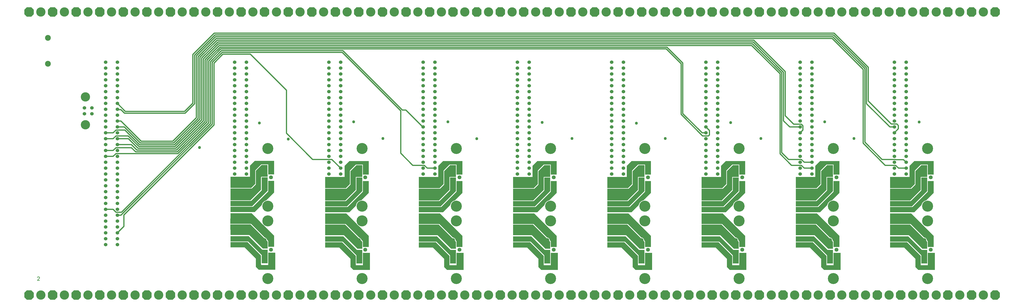
<source format=gbr>
%FSTAX23Y23*%
%MOIN*%
%SFA1B1*%

%IPPOS*%
%AMD16*
4,1,8,-0.039400,-0.078700,0.039400,-0.078700,0.078700,-0.039400,0.078700,0.039400,0.039400,0.078700,-0.039400,0.078700,-0.078700,0.039400,-0.078700,-0.039400,-0.039400,-0.078700,0.0*
%
%ADD12C,0.010000*%
%ADD13C,0.066535*%
%ADD14R,0.066535X0.066535*%
%ADD15C,0.187401*%
G04~CAMADD=16~4~0.0~0.0~1574.8~1574.8~0.0~393.7~0~0.0~0.0~0.0~0.0~0~0.0~0.0~0.0~0.0~0~0.0~0.0~0.0~180.0~1574.0~1574.0*
%ADD16D16*%
%ADD17C,0.060000*%
%ADD18C,0.157480*%
%ADD19C,0.157480*%
%ADD20C,0.098425*%
%ADD21C,0.050000*%
%ADD22C,0.019685*%
%LNbackplane_copper_signal_1-1*%
%LPD*%
G36*
X15577Y03135D02*
X15577Y03015D01*
X15497*
X15267Y03245*
X14947*
Y03425*
X15287*
X15577Y03135*
G37*
G36*
X13977D02*
Y03015D01*
X13897*
X13667Y03245*
X13347*
Y03425*
X13687*
X13977Y03135*
G37*
G36*
X0598Y0314D02*
Y0302D01*
X059*
X0567Y0325*
X0535*
X05349Y03429*
X0569Y0343*
X0598Y0314*
G37*
G36*
X17177Y03135D02*
Y03015D01*
X17097*
X16867Y03245*
X16547*
Y03425*
X16887*
X17177Y03135*
G37*
G36*
X09177D02*
Y03015D01*
X09097*
X08867Y03245*
X08547*
Y03425*
X08887*
X09177Y03135*
G37*
G36*
X07587D02*
X07587Y03015D01*
X07507*
X07277Y03245*
X06957*
Y03425*
X07297*
X07587Y03135*
G37*
G36*
X12377D02*
X12377Y03015D01*
X12297*
X12067Y03245*
X11747*
Y03425*
X12087*
X12377Y03135*
G37*
G36*
X10777D02*
Y03015D01*
X10697*
X10467Y03245*
X10147*
Y03425*
X10487*
X10777Y03135*
G37*
G36*
X15457Y03465D02*
X15687Y03235D01*
Y03045*
X15588*
Y03135*
X15587Y03136*
Y03145*
X15571Y03161*
X15571Y03163*
X1557Y03174*
X15565Y03185*
X15559Y03194*
X15549Y03201*
X15539Y03205*
X15528Y03207*
X15526Y03207*
X15297Y03435*
X15289*
X15287Y03435*
X14947Y03435*
Y03615*
X15307*
X15457Y03465*
G37*
G36*
X13857D02*
X14087Y03235D01*
Y03045*
X13988*
Y03135*
X13987Y03136*
Y03145*
X13971Y03161*
X13971Y03163*
X1397Y03174*
X13965Y03185*
X13959Y03194*
X13949Y03201*
X13939Y03205*
X13928Y03207*
X13926Y03207*
X13697Y03435*
X13689*
X13687Y03435*
X13347Y03435*
Y03615*
X13707*
X13857Y03465*
G37*
G36*
X05859Y0347D02*
X05902Y03427D01*
X0591Y03418*
X05919Y0341*
X0609Y0324*
Y0305*
X0599*
Y03139*
Y0314*
X0599Y03141*
Y03149*
X05971Y03168*
X0597Y03174*
X05965Y03185*
X05959Y03194*
X05949Y03201*
X05939Y03205*
X05933Y03206*
X05699Y0344*
X05691*
X0569Y0344*
X05349Y0344*
X0535Y0362*
X0571*
X05859Y0347*
G37*
G36*
X17057Y03465D02*
X17287Y03235D01*
Y03045*
X17188*
Y03135*
X17187Y03136*
Y03145*
X17171Y03161*
X17171Y03163*
X1717Y03174*
X17165Y03185*
X17159Y03194*
X17149Y03201*
X17139Y03205*
X17128Y03207*
X17126Y03207*
X16897Y03435*
X16889*
X16887Y03435*
X16547Y03435*
Y03615*
X16907*
X17057Y03465*
G37*
G36*
X09057D02*
X09287Y03235D01*
Y03045*
X09188*
Y03135*
X09187Y03136*
Y03145*
X09171Y03161*
X09171Y03163*
X0917Y03174*
X09165Y03185*
X09159Y03194*
X09149Y03201*
X09139Y03205*
X09128Y03207*
X09126Y03207*
X08897Y03435*
X08889*
X08887Y03435*
X08547Y03435*
Y03615*
X08907*
X09057Y03465*
G37*
G36*
X07467D02*
X07495Y03437D01*
X07499Y0343*
X0751Y03418*
X07522Y03407*
X07529Y03403*
X07697Y03235*
Y03045*
X07598*
Y03135*
X07597Y03136*
Y03145*
X0757Y03172*
X0757Y03174*
X07565Y03185*
X07559Y03194*
X07549Y03201*
X07539Y03205*
X07537Y03206*
X07307Y03435*
X07299*
X07297Y03435*
X06957Y03435*
Y03615*
X07317*
X07467Y03465*
G37*
G36*
X12257D02*
X12487Y03235D01*
Y03045*
X12388*
Y03135*
X12387Y03136*
Y03145*
X12371Y03161*
X12371Y03163*
X1237Y03174*
X12365Y03185*
X12359Y03194*
X12349Y03201*
X12339Y03205*
X12328Y03207*
X12326Y03207*
X12097Y03435*
X12089*
X12087Y03435*
X11747Y03435*
Y03615*
X12107*
X12257Y03465*
G37*
G36*
X10657D02*
X10887Y03235D01*
Y03045*
X10788*
Y03135*
X10787Y03136*
Y03145*
X10771Y03161*
X10771Y03163*
X1077Y03174*
X10765Y03185*
X10759Y03194*
X10749Y03201*
X10739Y03205*
X10728Y03207*
X10726Y03207*
X10497Y03435*
X10489*
X10487Y03435*
X10147Y03435*
Y03615*
X10507*
X10657Y03465*
G37*
G36*
X15467Y02895D02*
Y02765D01*
X15467Y02764*
X15467Y02735*
X15587*
X15587Y02764*
X15588Y02765*
Y02945*
X15707*
Y0294*
Y02655*
X15427*
X15377Y02705*
Y02845*
X15187Y03035*
X14951*
X14947Y03038*
X14948Y03125*
X15238*
X15467Y02895*
G37*
G36*
X13867D02*
Y02765D01*
X13867Y02764*
X13867Y02735*
X13987*
X13987Y02764*
X13988Y02765*
Y02945*
X14107*
Y0294*
Y02655*
X13827*
X13777Y02705*
Y02845*
X13587Y03035*
X13351*
X13347Y03038*
X13348Y03125*
X13638*
X13867Y02895*
G37*
G36*
X05869Y029D02*
X05869Y0277D01*
X05869Y02768*
X0587Y0274*
X0599*
X0599Y02768*
X0599Y0277*
Y0295*
X06109*
X0611Y02945*
Y0266*
X0583*
X0578Y0271*
Y0285*
X05589Y0304*
X05353*
X0535Y03043*
X0535Y03129*
X0564*
X05869Y029*
G37*
G36*
X17067Y02895D02*
Y02765D01*
X17067Y02764*
X17067Y02735*
X17187*
X17187Y02764*
X17188Y02765*
Y02945*
X17307*
Y0294*
Y02655*
X17027*
X16977Y02705*
Y02845*
X16787Y03035*
X16551*
X16547Y03038*
X16548Y03125*
X16838*
X17067Y02895*
G37*
G36*
X09067D02*
Y02765D01*
X09067Y02764*
X09067Y02735*
X09187*
X09187Y02764*
X09188Y02765*
Y02945*
X09307*
Y0294*
Y02655*
X09027*
X08977Y02705*
Y02845*
X08787Y03035*
X08551*
X08547Y03038*
X08548Y03125*
X08838*
X09067Y02895*
G37*
G36*
X07477D02*
Y02765D01*
X07477Y02764*
X07477Y02735*
X07597*
X07597Y02764*
X07598Y02765*
Y02945*
X07717*
Y0294*
Y02655*
X07437*
X07387Y02705*
Y02845*
X07197Y03035*
X06961*
X06957Y03038*
X06958Y03125*
X07248*
X07477Y02895*
G37*
G36*
X12267D02*
Y02765D01*
X12267Y02764*
X12267Y02735*
X12387*
X12387Y02764*
X12388Y02765*
Y02945*
X12507*
Y0294*
Y02655*
X12227*
X12177Y02705*
Y02845*
X11987Y03035*
X11751*
X11747Y03038*
X11748Y03125*
X12038*
X12267Y02895*
G37*
G36*
X10667D02*
Y02765D01*
X10667Y02764*
X10667Y02735*
X10787*
X10787Y02764*
X10788Y02765*
Y02945*
X10907*
Y0294*
Y02655*
X10627*
X10577Y02705*
Y02845*
X10387Y03035*
X10151*
X10147Y03038*
X10148Y03125*
X10438*
X10667Y02895*
G37*
G36*
X15477Y03005D02*
X15487Y02995D01*
X15577*
Y02765*
X15477*
Y02905*
X15427Y02955*
X15247Y03135*
X14947*
Y03225*
X15257*
X15477Y03005*
G37*
G36*
X13877D02*
X13887Y02995D01*
X13977*
Y02765*
X13877*
Y02905*
X13827Y02955*
X13647Y03135*
X13347*
Y03225*
X13657*
X13877Y03005*
G37*
G36*
X0588Y0301D02*
X0589Y03D01*
X0598*
Y0277*
X0588*
Y0291*
X0583Y0296*
X05649Y0314*
X0535*
Y0323*
X0566*
X0588Y0301*
G37*
G36*
X17077Y03005D02*
X17087Y02995D01*
X17177*
Y02765*
X17077*
Y02905*
X17027Y02955*
X16847Y03135*
X16547*
Y03225*
X16857*
X17077Y03005*
G37*
G36*
X09077D02*
X09087Y02995D01*
X09177*
Y02765*
X09077*
Y02905*
X09027Y02955*
X08847Y03135*
X08547*
Y03225*
X08857*
X09077Y03005*
G37*
G36*
X07487D02*
X07497Y02995D01*
X07587*
Y02765*
X07487*
Y02905*
X07437Y02955*
X07257Y03135*
X06957*
Y03225*
X07267*
X07487Y03005*
G37*
G36*
X12277D02*
X12287Y02995D01*
X12377*
Y02765*
X12277*
X12277Y02905*
X12227Y02955*
X12047Y03135*
X11747*
Y03225*
X12057*
X12277Y03005*
G37*
G36*
X10677D02*
X10687Y02995D01*
X10777*
Y02765*
X10677*
Y02905*
X10627Y02955*
X10447Y03135*
X10147*
Y03225*
X10457*
X10677Y03005*
G37*
G36*
X15577Y04275D02*
X15577Y04273D01*
Y04235*
X15477*
X15476Y04235*
X15467*
Y04226*
X15467Y04225*
Y04015*
X15288Y03835*
X14947*
Y04035*
X15297*
X15299Y04035*
X15307*
X15377Y04105*
Y04113*
X15378Y04115*
Y04335*
X15477Y04435*
X15577*
Y04275*
G37*
G36*
X13977D02*
X13977Y04273D01*
Y04235*
X13877*
X13876Y04235*
X13867*
Y04226*
X13867Y04225*
Y04015*
X13688Y03835*
X13347*
Y04035*
X13697*
X13699Y04035*
X13707*
X13777Y04105*
Y04113*
X13778Y04115*
Y04335*
X13877Y04435*
X13977*
Y04275*
G37*
G36*
X05979Y0428D02*
X0598Y04278D01*
Y0424*
X0588*
X05878Y0424*
X0587*
Y04231*
X05869Y0423*
Y04019*
X0569Y0384*
X0535*
Y04039*
X057*
X05701Y0404*
X0571*
X0578Y0411*
Y04118*
X0578Y0412*
Y0434*
X05879Y04439*
X05979*
Y0428*
G37*
G36*
X17177Y04275D02*
X17177Y04273D01*
Y04235*
X17077*
X17076Y04235*
X17067*
Y04226*
X17067Y04225*
Y04015*
X16888Y03835*
X16547*
Y04035*
X16897*
X16899Y04035*
X16907*
X16977Y04105*
Y04113*
X16978Y04115*
Y04335*
X17077Y04435*
X17177*
Y04275*
G37*
G36*
X09177D02*
X09177Y04273D01*
Y04235*
X09077*
X09076Y04235*
X09067*
Y04226*
X09067Y04225*
Y04015*
X08888Y03835*
X08547*
Y04035*
X08897*
X08899Y04035*
X08907*
X08977Y04105*
Y04113*
X08978Y04115*
Y04335*
X09077Y04435*
X09177*
Y04275*
G37*
G36*
X07587D02*
X07587Y04273D01*
Y04235*
X07487*
X07486Y04235*
X07477*
Y04226*
X07477Y04225*
Y04015*
X07298Y03835*
X06957*
Y04035*
X07307*
X07309Y04035*
X07317*
X07387Y04105*
Y04113*
X07388Y04115*
Y04335*
X07487Y04435*
X07587*
Y04275*
G37*
G36*
X12377D02*
X12377Y04273D01*
Y04235*
X12277*
X12276Y04235*
X12267*
Y04226*
X12267Y04225*
Y04015*
X12088Y03835*
X11747*
Y04035*
X12097*
X12099Y04035*
X12107*
X12177Y04105*
Y04113*
X12178Y04115*
Y04335*
X12277Y04435*
X12377*
Y04275*
G37*
G36*
X10777D02*
X10777Y04273D01*
Y04235*
X10677*
X10676Y04235*
X10667*
Y04226*
X10667Y04225*
Y04015*
X10488Y03835*
X10147*
Y04035*
X10497*
X10499Y04035*
X10507*
X10577Y04105*
Y04113*
X10578Y04115*
Y04335*
X10677Y04435*
X10777*
Y04275*
G37*
G36*
X15687D02*
X15587D01*
Y04445*
X15467*
X15367Y04345*
Y04115*
X15297Y04045*
X14947*
Y04235*
X15277*
Y04425*
X15287Y04435*
X15357Y04505*
X15687*
Y04275*
G37*
G36*
X14087D02*
X13987D01*
Y04445*
X13867*
X13767Y04345*
Y04115*
X13697Y04045*
X13347*
Y04235*
X13677*
Y04425*
X13687Y04435*
X13757Y04505*
X14087*
Y04275*
G37*
G36*
X0609Y0428D02*
X0599D01*
Y0445*
X0587*
X0577Y0435*
Y0412*
X057Y0405*
X0535*
Y0424*
X0568*
Y0443*
X0569Y0444*
X0576Y0451*
X0609*
Y0428*
G37*
G36*
X17287Y04275D02*
X17187D01*
Y04445*
X17067*
X16967Y04345*
Y04115*
X16897Y04045*
X16547*
Y04235*
X16877*
Y04425*
X16887Y04435*
X16957Y04505*
X17287*
Y04275*
G37*
G36*
X09287D02*
X09187D01*
Y04445*
X09067*
X08967Y04345*
Y04115*
X08897Y04045*
X08547*
Y04235*
X08877*
Y04425*
X08887Y04435*
X08957Y04505*
X09287*
Y04275*
G37*
G36*
X07697D02*
X07597D01*
Y04445*
X07477*
X07377Y04345*
Y04115*
X07307Y04045*
X06957*
Y04235*
X07287*
Y04425*
X07297Y04435*
X07367Y04505*
X07697*
Y04275*
G37*
G36*
X12487D02*
X12387D01*
Y04445*
X12267*
X12167Y04345*
Y04115*
X12097Y04045*
X11747*
Y04235*
X12077*
Y04425*
X12087Y04435*
X12157Y04505*
X12487*
Y04275*
G37*
G36*
X10887D02*
X10787D01*
Y04445*
X10667*
X10567Y04345*
Y04115*
X10497Y04045*
X10147*
Y04235*
X10477*
Y04425*
X10487Y04435*
X10557Y04505*
X10887*
Y04275*
G37*
G36*
X15687Y03965D02*
X15562Y03839D01*
X15551Y03837*
X15536Y0383*
X15522Y03822*
X1551Y03811*
X15499Y03799*
X15491Y03785*
X15485Y0377*
X15482Y03759*
X15357Y03635*
X14947*
Y03725*
X15317*
X15319Y03725*
X15327*
X15587Y03985*
Y03993*
X15588Y03995*
Y04165*
X15687*
Y03965*
G37*
G36*
X14087D02*
X13962Y03839D01*
X13951Y03837*
X13936Y0383*
X13922Y03822*
X1391Y03811*
X13899Y03799*
X13891Y03785*
X13885Y0377*
X13882Y03759*
X13757Y03635*
X13347*
Y03725*
X13717*
X13719Y03725*
X13727*
X13987Y03985*
Y03993*
X13988Y03995*
Y04165*
X14087*
Y03965*
G37*
G36*
X0609Y0397D02*
X05958Y03838D01*
X05951Y03837*
X05936Y0383*
X05922Y03822*
X0591Y03811*
X05899Y03799*
X05891Y03785*
X05885Y0377*
X05883Y03763*
X0576Y0364*
X0535*
Y03729*
X05719*
X05721Y0373*
X0573*
X0599Y0399*
Y03998*
X0599Y04*
Y0417*
X0609*
Y0397*
G37*
G36*
X17287Y03965D02*
X17162Y03839D01*
X17151Y03837*
X17136Y0383*
X17122Y03822*
X1711Y03811*
X17099Y03799*
X17091Y03785*
X17085Y0377*
X17082Y03759*
X16957Y03635*
X16547*
Y03725*
X16917*
X16919Y03725*
X16927*
X17187Y03985*
Y03993*
X17188Y03995*
Y04165*
X17287*
Y03965*
G37*
G36*
X09287D02*
X09162Y03839D01*
X09151Y03837*
X09136Y0383*
X09122Y03822*
X0911Y03811*
X09099Y03799*
X09091Y03785*
X09085Y0377*
X09082Y03759*
X08957Y03635*
X08547*
Y03725*
X08917*
X08919Y03725*
X08927*
X09187Y03985*
Y03993*
X09188Y03995*
Y04165*
X09287*
Y03965*
G37*
G36*
X07697D02*
X07573Y03841D01*
X07567Y0384*
X07551Y03837*
X07536Y0383*
X07522Y03822*
X0751Y03811*
X07499Y03799*
X07491Y03785*
X07485Y0377*
X07481Y03754*
X0748Y03748*
X07367Y03635*
X06957*
Y03725*
X07327*
X07329Y03725*
X07337*
X07597Y03985*
Y03993*
X07598Y03995*
Y04165*
X07697*
Y03965*
G37*
G36*
X12487D02*
X12362Y03839D01*
X12351Y03837*
X12336Y0383*
X12322Y03822*
X1231Y03811*
X12299Y03799*
X12291Y03785*
X12285Y0377*
X12282Y03759*
X12157Y03635*
X11747*
Y03725*
X12117*
X12119Y03725*
X12127*
X12387Y03985*
Y03993*
X12388Y03995*
Y04165*
X12487*
Y03965*
G37*
G36*
X10887D02*
X10762Y03839D01*
X10751Y03837*
X10736Y0383*
X10722Y03822*
X1071Y03811*
X10699Y03799*
X10691Y03785*
X10685Y0377*
X10682Y03759*
X10557Y03635*
X10147*
Y03725*
X10517*
X10519Y03725*
X10527*
X10787Y03985*
Y03993*
X10788Y03995*
Y04165*
X10887*
Y03965*
G37*
G36*
X15577Y03995D02*
X15317Y03735D01*
X14947*
Y03825*
X15297*
X15477Y04005*
Y04225*
X15577*
Y03995*
G37*
G36*
X13977D02*
X13717Y03735D01*
X13347*
Y03825*
X13697*
X13877Y04005*
Y04225*
X13977*
Y03995*
G37*
G36*
X0598Y04D02*
X05719Y0374D01*
X0535*
Y0383*
X057*
X0588Y0401*
Y0423*
X0598*
Y04*
G37*
G36*
X17177Y03995D02*
X16917Y03735D01*
X16547*
Y03825*
X16897*
X17077Y04005*
Y04225*
X17177*
Y03995*
G37*
G36*
X09177D02*
X08917Y03735D01*
X08547*
Y03825*
X08897*
X09077Y04005*
Y04225*
X09177*
Y03995*
G37*
G36*
X07587D02*
X07327Y03735D01*
X06957*
Y03825*
X07307*
X07487Y04005*
Y04225*
X07587*
Y03995*
G37*
G36*
X12377D02*
X12117Y03735D01*
X11747*
Y03825*
X12097*
X12277Y04005*
Y04225*
X12377*
Y03995*
G37*
G36*
X10777D02*
X10517Y03735D01*
X10147*
Y03825*
X10497*
X10677Y04005*
Y04225*
X10777*
Y03995*
G37*
G54D12*
X02109Y0248D02*
X0207D01*
X02109Y02519*
Y02529*
X02099Y02539*
X02079*
X0207Y02529*
G54D13*
X07639Y04011D03*
X07528Y04066D03*
X07639Y0412D03*
X07528Y04175D03*
X07639Y0423D03*
X07528Y04284D03*
X07639Y04339D03*
X07528Y04393D03*
X09239Y04011D03*
X09128Y04066D03*
X09239Y0412D03*
X09128Y04175D03*
X09239Y0423D03*
X09128Y04284D03*
X09239Y04339D03*
X09128Y04393D03*
X10839Y04011D03*
X10728Y04066D03*
X10839Y0412D03*
X10728Y04175D03*
X10839Y0423D03*
X10728Y04284D03*
X10839Y04339D03*
X10728Y04393D03*
X12439Y04011D03*
X12328Y04066D03*
X12439Y0412D03*
X12328Y04175D03*
X12439Y0423D03*
X12328Y04284D03*
X12439Y04339D03*
X12328Y04393D03*
X14039Y04011D03*
X13928Y04066D03*
X14039Y0412D03*
X13928Y04175D03*
X14039Y0423D03*
X13928Y04284D03*
X14039Y04339D03*
X13928Y04393D03*
X15639Y04011D03*
X15528Y04066D03*
X15639Y0412D03*
X15528Y04175D03*
X15639Y0423D03*
X15528Y04284D03*
X15639Y04339D03*
X15528Y04393D03*
X17239Y04011D03*
X17128Y04066D03*
X17239Y0412D03*
X17128Y04175D03*
X17239Y0423D03*
X17128Y04284D03*
X17239Y04339D03*
X17128Y04393D03*
X17239Y02781D03*
X17128Y02836D03*
X17239Y0289D03*
X17128Y02945D03*
X17239Y03D03*
X17128Y03054D03*
X17239Y03109D03*
X17128Y03163D03*
X15639Y02781D03*
X15528Y02836D03*
X15639Y0289D03*
X15528Y02945D03*
X15639Y03D03*
X15528Y03054D03*
X15639Y03109D03*
X15528Y03163D03*
X14039Y02781D03*
X13928Y02836D03*
X14039Y0289D03*
X13928Y02945D03*
X14039Y03D03*
X13928Y03054D03*
X14039Y03109D03*
X13928Y03163D03*
X12439Y02781D03*
X12328Y02836D03*
X12439Y0289D03*
X12328Y02945D03*
X12439Y03D03*
X12328Y03054D03*
X12439Y03109D03*
X12328Y03163D03*
X10839Y02781D03*
X10728Y02836D03*
X10839Y0289D03*
X10728Y02945D03*
X10839Y03D03*
X10728Y03054D03*
X10839Y03109D03*
X10728Y03163D03*
X09239Y02781D03*
X09128Y02836D03*
X09239Y0289D03*
X09128Y02945D03*
X09239Y03D03*
X09128Y03054D03*
X09239Y03109D03*
X09128Y03163D03*
X07639Y02781D03*
X07528Y02836D03*
X07639Y0289D03*
X07528Y02945D03*
X07639Y03D03*
X07528Y03054D03*
X07639Y03109D03*
X07528Y03163D03*
X06039Y04011D03*
X05928Y04066D03*
X06039Y0412D03*
X05928Y04175D03*
X06039Y0423D03*
X05928Y04284D03*
X06039Y04339D03*
X05928Y04393D03*
X06039Y02781D03*
X05928Y02836D03*
X06039Y0289D03*
X05928Y02945D03*
X06039Y03D03*
X05928Y03054D03*
X06039Y03109D03*
X05928Y03163D03*
G54D14*
X07639Y04448D03*
X09239D03*
X10839D03*
X12439D03*
X14039D03*
X15639D03*
X17239D03*
Y03218D03*
X15639D03*
X14039D03*
X12439D03*
X10839D03*
X09239D03*
X07639D03*
X06039Y04448D03*
Y03218D03*
G54D15*
X07584Y04721D03*
Y03738D03*
X09184Y04721D03*
Y03738D03*
X10784Y04721D03*
Y03738D03*
X12384Y04721D03*
Y03738D03*
X13984Y04721D03*
Y03738D03*
X15584Y04721D03*
Y03738D03*
X17184Y04721D03*
Y03738D03*
Y03491D03*
Y02508D03*
X15584Y03491D03*
Y02508D03*
X13984Y03491D03*
Y02508D03*
X12384Y03491D03*
Y02508D03*
X10784Y03491D03*
Y02508D03*
X09184Y03491D03*
Y02508D03*
X07584Y03491D03*
Y02508D03*
X05984Y04721D03*
Y03738D03*
Y03491D03*
Y02508D03*
G54D16*
X0193Y07041D03*
X0233D03*
X0273D03*
X0313D03*
X0353D03*
X0393D03*
X0433D03*
X0473D03*
X0513D03*
X0553D03*
X05929D03*
X0633D03*
X0673D03*
X0713D03*
X07529D03*
X0793D03*
X0833D03*
X0873D03*
X09129D03*
X0953D03*
X0993D03*
X10329D03*
X10729D03*
X1113D03*
X1153D03*
X1193D03*
X1233D03*
X1273D03*
X1313D03*
X13529D03*
X13929D03*
X14329D03*
X1473D03*
X1513D03*
X1553D03*
X1593D03*
X1633D03*
X16729D03*
X17129D03*
X17529D03*
X1793D03*
X1833D03*
X0193Y02229D03*
X0233D03*
X0273D03*
X0313D03*
X0353D03*
X0393D03*
X0433D03*
X0473D03*
X0513D03*
X0553D03*
X05929D03*
X0633D03*
X0673D03*
X0713D03*
X07529D03*
X0793D03*
X0833D03*
X0873D03*
X09129D03*
X0953D03*
X0993D03*
X10329D03*
X10729D03*
X1113D03*
X1153D03*
X1193D03*
X1233D03*
X1273D03*
X1313D03*
X13529D03*
X13929D03*
X14329D03*
X1473D03*
X1513D03*
X1553D03*
X1593D03*
X1633D03*
X16729D03*
X17129D03*
X17529D03*
X1793D03*
X1833D03*
G54D17*
X0542Y03085D03*
Y03185D03*
Y03285D03*
Y03385D03*
Y03485D03*
Y03585D03*
Y03685D03*
Y03785D03*
Y03885D03*
Y03985D03*
Y04085D03*
Y04185D03*
Y04285D03*
Y04385D03*
Y04485D03*
Y04585D03*
Y04685D03*
Y04785D03*
Y04885D03*
Y04985D03*
Y05085D03*
Y05185D03*
Y05285D03*
Y05385D03*
Y05485D03*
Y05584D03*
Y05685D03*
Y05785D03*
Y05885D03*
Y05985D03*
Y06085D03*
Y06185D03*
X0562Y03085D03*
Y03185D03*
Y03285D03*
Y03385D03*
Y03485D03*
Y03585D03*
Y03685D03*
Y03785D03*
Y03885D03*
Y03985D03*
Y04085D03*
Y04185D03*
Y04285D03*
Y04385D03*
Y04485D03*
Y04585D03*
Y04685D03*
Y04785D03*
Y04885D03*
Y04985D03*
Y05085D03*
Y05185D03*
Y05285D03*
Y05385D03*
Y05485D03*
Y05584D03*
Y05685D03*
Y05785D03*
Y05885D03*
Y05985D03*
Y06085D03*
Y06185D03*
X0323Y03085D03*
Y03185D03*
Y03285D03*
Y03385D03*
Y03485D03*
Y03585D03*
Y03685D03*
Y03785D03*
Y03885D03*
Y03985D03*
Y04085D03*
Y04185D03*
Y04285D03*
Y04385D03*
Y04485D03*
Y04585D03*
Y04685D03*
Y04785D03*
Y04885D03*
Y04985D03*
Y05085D03*
Y05185D03*
Y05285D03*
Y05385D03*
Y05485D03*
Y05584D03*
Y05685D03*
Y05785D03*
Y05885D03*
Y05985D03*
Y06085D03*
Y06185D03*
X0343Y03085D03*
Y03185D03*
Y03285D03*
Y03385D03*
Y03485D03*
Y03585D03*
Y03685D03*
Y03785D03*
Y03885D03*
Y03985D03*
Y04085D03*
Y04185D03*
Y04285D03*
Y04385D03*
Y04485D03*
Y04585D03*
Y04685D03*
Y04785D03*
Y04885D03*
Y04985D03*
Y05085D03*
Y05185D03*
Y05285D03*
Y05385D03*
Y05485D03*
Y05584D03*
Y05685D03*
Y05785D03*
Y05885D03*
Y05985D03*
Y06085D03*
Y06185D03*
X0702Y03085D03*
Y03185D03*
Y03285D03*
Y03385D03*
Y03485D03*
Y03585D03*
Y03685D03*
Y03785D03*
Y03885D03*
Y03985D03*
Y04085D03*
Y04185D03*
Y04285D03*
Y04385D03*
Y04485D03*
Y04585D03*
Y04685D03*
Y04785D03*
Y04885D03*
Y04985D03*
Y05085D03*
Y05185D03*
Y05285D03*
Y05385D03*
Y05485D03*
Y05584D03*
Y05685D03*
Y05785D03*
Y05885D03*
Y05985D03*
Y06085D03*
Y06185D03*
X0722Y03085D03*
Y03185D03*
Y03285D03*
Y03385D03*
Y03485D03*
Y03585D03*
Y03685D03*
Y03785D03*
Y03885D03*
Y03985D03*
Y04085D03*
Y04185D03*
Y04285D03*
Y04385D03*
Y04485D03*
Y04585D03*
Y04685D03*
Y04785D03*
Y04885D03*
Y04985D03*
Y05085D03*
Y05185D03*
Y05285D03*
Y05385D03*
Y05485D03*
Y05584D03*
Y05685D03*
Y05785D03*
Y05885D03*
Y05985D03*
Y06085D03*
Y06185D03*
X0862Y03085D03*
Y03185D03*
Y03285D03*
Y03385D03*
Y03485D03*
Y03585D03*
Y03685D03*
Y03785D03*
Y03885D03*
Y03985D03*
Y04085D03*
Y04185D03*
Y04285D03*
Y04385D03*
Y04485D03*
Y04585D03*
Y04685D03*
Y04785D03*
Y04885D03*
Y04985D03*
Y05085D03*
Y05185D03*
Y05285D03*
Y05385D03*
Y05485D03*
Y05584D03*
Y05685D03*
Y05785D03*
Y05885D03*
Y05985D03*
Y06085D03*
Y06185D03*
X0882Y03085D03*
Y03185D03*
Y03285D03*
Y03385D03*
Y03485D03*
Y03585D03*
Y03685D03*
Y03785D03*
Y03885D03*
Y03985D03*
Y04085D03*
Y04185D03*
Y04285D03*
Y04385D03*
Y04485D03*
Y04585D03*
Y04685D03*
Y04785D03*
Y04885D03*
Y04985D03*
Y05085D03*
Y05185D03*
Y05285D03*
Y05385D03*
Y05485D03*
Y05584D03*
Y05685D03*
Y05785D03*
Y05885D03*
Y05985D03*
Y06085D03*
Y06185D03*
X1022Y03085D03*
Y03185D03*
Y03285D03*
Y03385D03*
Y03485D03*
Y03585D03*
Y03685D03*
Y03785D03*
Y03885D03*
Y03985D03*
Y04085D03*
Y04185D03*
Y04285D03*
Y04385D03*
Y04485D03*
Y04585D03*
Y04685D03*
Y04785D03*
Y04885D03*
Y04985D03*
Y05085D03*
Y05185D03*
Y05285D03*
Y05385D03*
Y05485D03*
Y05584D03*
Y05685D03*
Y05785D03*
Y05885D03*
Y05985D03*
Y06085D03*
Y06185D03*
X1042Y03085D03*
Y03185D03*
Y03285D03*
Y03385D03*
Y03485D03*
Y03585D03*
Y03685D03*
Y03785D03*
Y03885D03*
Y03985D03*
Y04085D03*
Y04185D03*
Y04285D03*
Y04385D03*
Y04485D03*
Y04585D03*
Y04685D03*
Y04785D03*
Y04885D03*
Y04985D03*
Y05085D03*
Y05185D03*
Y05285D03*
Y05385D03*
Y05485D03*
Y05584D03*
Y05685D03*
Y05785D03*
Y05885D03*
Y05985D03*
Y06085D03*
Y06185D03*
X1182Y03085D03*
Y03185D03*
Y03285D03*
Y03385D03*
Y03485D03*
Y03585D03*
Y03685D03*
Y03785D03*
Y03885D03*
Y03985D03*
Y04085D03*
Y04185D03*
Y04285D03*
Y04385D03*
Y04485D03*
Y04585D03*
Y04685D03*
Y04785D03*
Y04885D03*
Y04985D03*
Y05085D03*
Y05185D03*
Y05285D03*
Y05385D03*
Y05485D03*
Y05584D03*
Y05685D03*
Y05785D03*
Y05885D03*
Y05985D03*
Y06085D03*
Y06185D03*
X1202Y03085D03*
Y03185D03*
Y03285D03*
Y03385D03*
Y03485D03*
Y03585D03*
Y03685D03*
Y03785D03*
Y03885D03*
Y03985D03*
Y04085D03*
Y04185D03*
Y04285D03*
Y04385D03*
Y04485D03*
Y04585D03*
Y04685D03*
Y04785D03*
Y04885D03*
Y04985D03*
Y05085D03*
Y05185D03*
Y05285D03*
Y05385D03*
Y05485D03*
Y05584D03*
Y05685D03*
Y05785D03*
Y05885D03*
Y05985D03*
Y06085D03*
Y06185D03*
X1342Y03085D03*
Y03185D03*
Y03285D03*
Y03385D03*
Y03485D03*
Y03585D03*
Y03685D03*
Y03785D03*
Y03885D03*
Y03985D03*
Y04085D03*
Y04185D03*
Y04285D03*
Y04385D03*
Y04485D03*
Y04585D03*
Y04685D03*
Y04785D03*
Y04885D03*
Y04985D03*
Y05085D03*
Y05185D03*
Y05285D03*
Y05385D03*
Y05485D03*
Y05584D03*
Y05685D03*
Y05785D03*
Y05885D03*
Y05985D03*
Y06085D03*
Y06185D03*
X1362Y03085D03*
Y03185D03*
Y03285D03*
Y03385D03*
Y03485D03*
Y03585D03*
Y03685D03*
Y03785D03*
Y03885D03*
Y03985D03*
Y04085D03*
Y04185D03*
Y04285D03*
Y04385D03*
Y04485D03*
Y04585D03*
Y04685D03*
Y04785D03*
Y04885D03*
Y04985D03*
Y05085D03*
Y05185D03*
Y05285D03*
Y05385D03*
Y05485D03*
Y05584D03*
Y05685D03*
Y05785D03*
Y05885D03*
Y05985D03*
Y06085D03*
Y06185D03*
X1502Y03085D03*
Y03185D03*
Y03285D03*
Y03385D03*
Y03485D03*
Y03585D03*
Y03685D03*
Y03785D03*
Y03885D03*
Y03985D03*
Y04085D03*
Y04185D03*
Y04285D03*
Y04385D03*
Y04485D03*
Y04585D03*
Y04685D03*
Y04785D03*
Y04885D03*
Y04985D03*
Y05085D03*
Y05185D03*
Y05285D03*
Y05385D03*
Y05485D03*
Y05584D03*
Y05685D03*
Y05785D03*
Y05885D03*
Y05985D03*
Y06085D03*
Y06185D03*
X1522Y03085D03*
Y03185D03*
Y03285D03*
Y03385D03*
Y03485D03*
Y03585D03*
Y03685D03*
Y03785D03*
Y03885D03*
Y03985D03*
Y04085D03*
Y04185D03*
Y04285D03*
Y04385D03*
Y04485D03*
Y04585D03*
Y04685D03*
Y04785D03*
Y04885D03*
Y04985D03*
Y05085D03*
Y05185D03*
Y05285D03*
Y05385D03*
Y05485D03*
Y05584D03*
Y05685D03*
Y05785D03*
Y05885D03*
Y05985D03*
Y06085D03*
Y06185D03*
X1662Y03085D03*
Y03185D03*
Y03285D03*
Y03385D03*
Y03485D03*
Y03585D03*
Y03685D03*
Y03785D03*
Y03885D03*
Y03985D03*
Y04085D03*
Y04185D03*
Y04285D03*
Y04385D03*
Y04485D03*
Y04585D03*
Y04685D03*
Y04785D03*
Y04885D03*
Y04985D03*
Y05085D03*
Y05185D03*
Y05285D03*
Y05385D03*
Y05485D03*
Y05584D03*
Y05685D03*
Y05785D03*
Y05885D03*
Y05985D03*
Y06085D03*
Y06185D03*
X1682Y03085D03*
Y03185D03*
Y03285D03*
Y03385D03*
Y03485D03*
Y03585D03*
Y03685D03*
Y03785D03*
Y03885D03*
Y03985D03*
Y04085D03*
Y04185D03*
Y04285D03*
Y04385D03*
Y04485D03*
Y04585D03*
Y04685D03*
Y04785D03*
Y04885D03*
Y04985D03*
Y05085D03*
Y05185D03*
Y05285D03*
Y05385D03*
Y05485D03*
Y05584D03*
Y05685D03*
Y05785D03*
Y05885D03*
Y05985D03*
Y06085D03*
Y06185D03*
X02996Y0531D03*
Y05409D03*
X0287D03*
Y0531D03*
G54D18*
X02889Y05122D03*
Y05597D03*
G54D19*
X0213Y07039D03*
X0253D03*
X0293D03*
X0333D03*
X0373D03*
X0413D03*
X0453D03*
X0493D03*
X0533D03*
X0573D03*
X0613D03*
X0653D03*
X0693D03*
X0733D03*
X0773D03*
X0813D03*
X0853D03*
X0893D03*
X09329D03*
X0973D03*
X1013D03*
X1053D03*
X1093D03*
X1133D03*
X11729D03*
X12129D03*
X12529D03*
X1293D03*
X1333D03*
X1373D03*
X1413D03*
X1453D03*
X14929D03*
X15329D03*
X15729D03*
X1613D03*
X1653D03*
X1693D03*
X1733D03*
X1773D03*
X1813D03*
X0213Y0223D03*
X0253D03*
X0293D03*
X0333D03*
X0373D03*
X0413D03*
X0453D03*
X0493D03*
X0533D03*
X0573D03*
X0613D03*
X0653D03*
X0693D03*
X0733D03*
X0773D03*
X0813D03*
X0853D03*
X0893D03*
X09329D03*
X0973D03*
X1013D03*
X1053D03*
X1093D03*
X1133D03*
X11729D03*
X12129D03*
X12529D03*
X1293D03*
X1333D03*
X1373D03*
X1413D03*
X1453D03*
X14929D03*
X15329D03*
X15729D03*
X1613D03*
X1653D03*
X1693D03*
X1733D03*
X1773D03*
X1813D03*
G54D20*
X0225Y06598D03*
Y06161D03*
G54D21*
X04825Y04735D03*
X0584Y05154D03*
X0633Y0488D03*
X0744Y05174D03*
X07939Y0489D03*
X0953Y04885D03*
X0904Y05174D03*
X1064Y05164D03*
X11149Y0489D03*
X1224Y0515D03*
X1273Y0489D03*
X15934D03*
X14354D03*
X1384Y0516D03*
X15439Y05174D03*
X1704Y05169D03*
G54D22*
X13357Y04985D02*
X1342D01*
X13029Y05312D02*
X13357Y04985D01*
X13029Y05312D02*
Y06172D01*
X13365Y04934D02*
X13464D01*
X13Y053D02*
X13365Y04934D01*
X13Y053D02*
Y0616D01*
X1662Y04985D02*
X16689Y05055D01*
Y0511*
X16664Y05135D02*
X16689Y0511D01*
X16569Y05135D02*
X16664D01*
X16179Y05525D02*
X16569Y05135D01*
X16545Y05085D02*
X1662D01*
X16149Y0548D02*
X16545Y05085D01*
X16149Y0548D02*
Y06088D01*
X1502Y04985D02*
X15069Y05034D01*
Y05105*
X1504Y05134D02*
X15069Y05105D01*
X14912Y05134D02*
X1504D01*
X14769Y05277D02*
X14912Y05134D01*
X14844Y05085D02*
X1502D01*
X14739Y0519D02*
X14844Y05085D01*
X1342D02*
X1348Y05025D01*
Y0495D02*
Y05025D01*
X13464Y04934D02*
X1348Y0495D01*
X08327Y05372D02*
X08625Y05075D01*
X08269Y05372D02*
X08327D01*
X05074Y0668D02*
X15599D01*
X0471Y0549D02*
Y06316D01*
X05087Y0665D02*
X15587D01*
X0474Y05478D02*
Y06303D01*
X05099Y0662D02*
X15575D01*
X04772Y05243D02*
Y06293D01*
X05111Y0659D02*
X15563D01*
X04802Y0523D02*
Y0628D01*
X05124Y0656D02*
X14235D01*
X04831Y05218D02*
Y06268D01*
X05136Y06531D02*
X14223D01*
X04861Y05206D02*
Y06256D01*
X05148Y06501D02*
X1421D01*
X04891Y05193D02*
Y06243D01*
X05161Y06471D02*
X14198D01*
X04921Y05181D02*
Y06231D01*
X05173Y06441D02*
X1276D01*
X0495Y05169D02*
Y06219D01*
X05185Y06412D02*
X12747D01*
X0498Y05156D02*
Y06206D01*
X05198Y06382D02*
X07259D01*
X0501Y05144D02*
Y06194D01*
X0521Y06352D02*
X07247D01*
X0504Y05132D02*
Y06182D01*
X0474Y06303D02*
X05087Y0665D01*
X0471Y06316D02*
X05074Y0668D01*
X04772Y06293D02*
X05099Y0662D01*
X04802Y0628D02*
X05111Y0659D01*
X04831Y06268D02*
X05124Y0656D01*
X04861Y06256D02*
X05136Y06531D01*
X04891Y06243D02*
X05148Y06501D01*
X04921Y06231D02*
X05161Y06471D01*
X0495Y06219D02*
X05173Y06441D01*
X0498Y06206D02*
X05185Y06412D01*
X0501Y06194D02*
X05198Y06382D01*
X0504Y06182D02*
X0521Y06352D01*
X05222Y06322D02*
X05687D01*
X0507Y0617D02*
X05222Y06322D01*
X0507Y0512D02*
Y0617D01*
X05687Y06322D02*
X063Y0571D01*
X07247Y06352D02*
X0824Y0536D01*
X07259Y06382D02*
X08269Y05372D01*
X12747Y06412D02*
X13Y0616D01*
X1276Y06441D02*
X13029Y06172D01*
X14198Y06471D02*
X1468Y0599D01*
X1421Y06501D02*
X14709Y06002D01*
X14223Y06531D02*
X14739Y06014D01*
X14235Y0656D02*
X14769Y06026D01*
X15563Y0659D02*
X1609Y06063D01*
X15575Y0662D02*
X1612Y06075D01*
X15587Y0665D02*
X16149Y06088D01*
X15599Y0668D02*
X16179Y061D01*
X1612Y04825D02*
Y06075D01*
X1609Y0481D02*
Y06063D01*
X16179Y0581D02*
Y061D01*
X16774Y0453D02*
X1682Y04485D01*
X16645Y0453D02*
X16774D01*
X1664Y04534D02*
X16645Y0453D01*
X1641Y04534D02*
X1664D01*
X1612Y04825D02*
X1641Y04534D01*
X16179Y05525D02*
Y0581D01*
X16179Y0581D02*
X16179Y0581D01*
X04372Y04843D02*
X04772Y05243D01*
X03833Y04843D02*
X04372D01*
X03491Y05185D02*
X03833Y04843D01*
X0343Y05185D02*
X03491D01*
X1669Y04385D02*
X1682D01*
X1664Y04434D02*
X1669Y04385D01*
X16465Y04434D02*
X1664D01*
X1609Y0481D02*
X16465Y04434D01*
X04384Y04813D02*
X04802Y0523D01*
X0382Y04813D02*
X04384D01*
X03549Y05085D02*
X0382Y04813D01*
X0343Y05085D02*
X03549D01*
X04582Y0532D02*
X0474Y05478D01*
X0457Y0535D02*
X0471Y0549D01*
X03552Y0532D02*
X04582D01*
X03492Y0538D02*
X03552Y0532D01*
X03434Y0538D02*
X03492D01*
X03565Y0535D02*
X0457D01*
X0343Y05485D02*
X03565Y0535D01*
X0343Y05385D02*
X03434Y0538D01*
X14769Y05277D02*
Y06026D01*
X14709Y0465D02*
Y06002D01*
X1468Y0463D02*
Y0599D01*
X14739Y0519D02*
Y06014D01*
X1509Y04485D02*
X1522D01*
X1504Y04534D02*
X1509Y04485D01*
X14824Y04534D02*
X1504D01*
X14709Y0465D02*
X14824Y04534D01*
X1509Y04385D02*
X1522D01*
X1504Y04434D02*
X1509Y04385D01*
X14875Y04434D02*
X1504D01*
X1468Y0463D02*
X14875Y04434D01*
X0354Y0359D02*
X0507Y0512D01*
X04397Y04783D02*
X04831Y05218D01*
X03808Y04783D02*
X04397D01*
X04409Y04753D02*
X04861Y05206D01*
X03796Y04753D02*
X04409D01*
X04421Y04724D02*
X04891Y05193D01*
X0378Y04724D02*
X04421D01*
X04433Y04694D02*
X04921Y05181D01*
X0376Y04694D02*
X04433D01*
X04446Y04664D02*
X0495Y05169D01*
X0374Y04664D02*
X04446D01*
X04458Y04634D02*
X0498Y05156D01*
X03409Y04634D02*
X04458D01*
X035Y03635D02*
X0501Y05144D01*
X03409Y03635D02*
X035D01*
X03492Y03585D02*
X0504Y05132D01*
X0343Y03585D02*
X03492D01*
X03557Y05034D02*
X03808Y04783D01*
X03409Y05034D02*
X03557D01*
X03359Y04985D02*
X03409Y05034D01*
X0323Y04985D02*
X03359D01*
X03615Y04934D02*
X03796Y04753D01*
X03409Y04934D02*
X03615D01*
X03359Y04885D02*
X03409Y04934D01*
X0323Y04885D02*
X03359D01*
X03619D02*
X0378Y04724D01*
X0343Y04885D02*
X03619D01*
X03669Y04785D02*
X0376Y04694D01*
X0343Y04785D02*
X03669D01*
X03669Y04734D02*
X0374Y04664D01*
X03409Y04734D02*
X03669D01*
X03359Y04685D02*
X03409Y04734D01*
X0323Y04685D02*
X03359D01*
Y04585D02*
X03409Y04634D01*
X0323Y04585D02*
X03359D01*
Y03685D02*
X03409Y03635D01*
X0323Y03685D02*
X03359D01*
X0869Y04385D02*
X0882D01*
X0864Y04434D02*
X0869Y04385D01*
X08445Y04434D02*
X0864D01*
X0824Y0464D02*
X08445Y04434D01*
X0824Y0464D02*
Y0536D01*
X0707Y04534D02*
X0722Y04385D01*
X06745Y04534D02*
X0707D01*
X063Y0498D02*
X06745Y04534D01*
X063Y0498D02*
Y0571D01*
X0343Y03285D02*
X0354Y03395D01*
Y0359*
M02*
</source>
